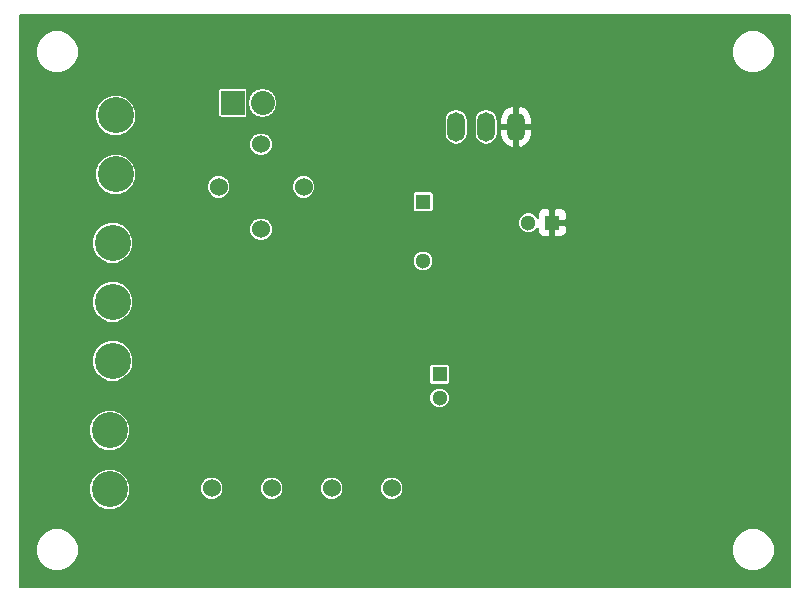
<source format=gbr>
G04 #@! TF.FileFunction,Copper,L2,Bot,Signal*
%FSLAX46Y46*%
G04 Gerber Fmt 4.6, Leading zero omitted, Abs format (unit mm)*
G04 Created by KiCad (PCBNEW 4.0.0-2.201512072331+6194~38~ubuntu14.04.1-stable) date Sun 05 Jun 2016 08:25:22 PM CEST*
%MOMM*%
G01*
G04 APERTURE LIST*
%ADD10C,0.100000*%
%ADD11R,1.300000X1.300000*%
%ADD12C,1.300000*%
%ADD13C,1.524000*%
%ADD14C,3.048000*%
%ADD15R,2.032000X2.032000*%
%ADD16O,2.032000X2.032000*%
%ADD17O,1.501140X2.499360*%
%ADD18C,0.685800*%
%ADD19C,0.152400*%
G04 APERTURE END LIST*
D10*
D11*
X164592000Y-83566000D03*
D12*
X164592000Y-88566000D03*
D11*
X175514000Y-85344000D03*
D12*
X173514000Y-85344000D03*
D11*
X165989000Y-98171000D03*
D12*
X165989000Y-100171000D03*
D13*
X147283898Y-82296000D03*
X150876000Y-78703898D03*
X154468102Y-82296000D03*
X150876000Y-85888102D03*
D14*
X138049000Y-102910000D03*
X138049000Y-107910000D03*
X138557000Y-76240000D03*
X138557000Y-81240000D03*
X138303000Y-87035000D03*
X138303000Y-92035000D03*
X138303000Y-97035000D03*
D13*
X146685000Y-107823000D03*
X151765000Y-107823000D03*
X156845000Y-107823000D03*
X161925000Y-107823000D03*
D15*
X148463000Y-75184000D03*
D16*
X151003000Y-75184000D03*
D17*
X169926000Y-77216000D03*
X167386000Y-77216000D03*
X172466000Y-77216000D03*
D18*
X160655000Y-100330000D03*
X143383000Y-97282000D03*
X184658000Y-108712000D03*
X172466000Y-102108000D03*
X183134000Y-101600000D03*
X175514000Y-93980000D03*
X178816000Y-88138000D03*
D19*
G36*
X195657400Y-116155400D02*
X130478600Y-116155400D01*
X130478600Y-113392135D01*
X131775084Y-113392135D01*
X132052885Y-114064465D01*
X132566829Y-114579307D01*
X133238673Y-114858282D01*
X133966135Y-114858916D01*
X134638465Y-114581115D01*
X135153307Y-114067171D01*
X135432282Y-113395327D01*
X135432284Y-113392135D01*
X190703084Y-113392135D01*
X190980885Y-114064465D01*
X191494829Y-114579307D01*
X192166673Y-114858282D01*
X192894135Y-114858916D01*
X193566465Y-114581115D01*
X194081307Y-114067171D01*
X194360282Y-113395327D01*
X194360916Y-112667865D01*
X194083115Y-111995535D01*
X193569171Y-111480693D01*
X192897327Y-111201718D01*
X192169865Y-111201084D01*
X191497535Y-111478885D01*
X190982693Y-111992829D01*
X190703718Y-112664673D01*
X190703084Y-113392135D01*
X135432284Y-113392135D01*
X135432916Y-112667865D01*
X135155115Y-111995535D01*
X134641171Y-111480693D01*
X133969327Y-111201718D01*
X133241865Y-111201084D01*
X132569535Y-111478885D01*
X132054693Y-111992829D01*
X131775718Y-112664673D01*
X131775084Y-113392135D01*
X130478600Y-113392135D01*
X130478600Y-108257084D01*
X136296097Y-108257084D01*
X136562352Y-108901471D01*
X137054936Y-109394915D01*
X137698857Y-109662295D01*
X138396084Y-109662903D01*
X139040471Y-109396648D01*
X139533915Y-108904064D01*
X139801295Y-108260143D01*
X139801505Y-108019178D01*
X145694228Y-108019178D01*
X145844721Y-108383397D01*
X146123138Y-108662300D01*
X146487093Y-108813428D01*
X146881178Y-108813772D01*
X147245397Y-108663279D01*
X147524300Y-108384862D01*
X147675428Y-108020907D01*
X147675429Y-108019178D01*
X150774228Y-108019178D01*
X150924721Y-108383397D01*
X151203138Y-108662300D01*
X151567093Y-108813428D01*
X151961178Y-108813772D01*
X152325397Y-108663279D01*
X152604300Y-108384862D01*
X152755428Y-108020907D01*
X152755429Y-108019178D01*
X155854228Y-108019178D01*
X156004721Y-108383397D01*
X156283138Y-108662300D01*
X156647093Y-108813428D01*
X157041178Y-108813772D01*
X157405397Y-108663279D01*
X157684300Y-108384862D01*
X157835428Y-108020907D01*
X157835429Y-108019178D01*
X160934228Y-108019178D01*
X161084721Y-108383397D01*
X161363138Y-108662300D01*
X161727093Y-108813428D01*
X162121178Y-108813772D01*
X162485397Y-108663279D01*
X162764300Y-108384862D01*
X162915428Y-108020907D01*
X162915772Y-107626822D01*
X162765279Y-107262603D01*
X162486862Y-106983700D01*
X162122907Y-106832572D01*
X161728822Y-106832228D01*
X161364603Y-106982721D01*
X161085700Y-107261138D01*
X160934572Y-107625093D01*
X160934228Y-108019178D01*
X157835429Y-108019178D01*
X157835772Y-107626822D01*
X157685279Y-107262603D01*
X157406862Y-106983700D01*
X157042907Y-106832572D01*
X156648822Y-106832228D01*
X156284603Y-106982721D01*
X156005700Y-107261138D01*
X155854572Y-107625093D01*
X155854228Y-108019178D01*
X152755429Y-108019178D01*
X152755772Y-107626822D01*
X152605279Y-107262603D01*
X152326862Y-106983700D01*
X151962907Y-106832572D01*
X151568822Y-106832228D01*
X151204603Y-106982721D01*
X150925700Y-107261138D01*
X150774572Y-107625093D01*
X150774228Y-108019178D01*
X147675429Y-108019178D01*
X147675772Y-107626822D01*
X147525279Y-107262603D01*
X147246862Y-106983700D01*
X146882907Y-106832572D01*
X146488822Y-106832228D01*
X146124603Y-106982721D01*
X145845700Y-107261138D01*
X145694572Y-107625093D01*
X145694228Y-108019178D01*
X139801505Y-108019178D01*
X139801903Y-107562916D01*
X139535648Y-106918529D01*
X139043064Y-106425085D01*
X138399143Y-106157705D01*
X137701916Y-106157097D01*
X137057529Y-106423352D01*
X136564085Y-106915936D01*
X136296705Y-107559857D01*
X136296097Y-108257084D01*
X130478600Y-108257084D01*
X130478600Y-103257084D01*
X136296097Y-103257084D01*
X136562352Y-103901471D01*
X137054936Y-104394915D01*
X137698857Y-104662295D01*
X138396084Y-104662903D01*
X139040471Y-104396648D01*
X139533915Y-103904064D01*
X139801295Y-103260143D01*
X139801903Y-102562916D01*
X139535648Y-101918529D01*
X139043064Y-101425085D01*
X138399143Y-101157705D01*
X137701916Y-101157097D01*
X137057529Y-101423352D01*
X136564085Y-101915936D01*
X136296705Y-102559857D01*
X136296097Y-103257084D01*
X130478600Y-103257084D01*
X130478600Y-100344998D01*
X165110248Y-100344998D01*
X165243725Y-100668037D01*
X165490663Y-100915407D01*
X165813469Y-101049447D01*
X166162998Y-101049752D01*
X166486037Y-100916275D01*
X166733407Y-100669337D01*
X166867447Y-100346531D01*
X166867752Y-99997002D01*
X166734275Y-99673963D01*
X166487337Y-99426593D01*
X166164531Y-99292553D01*
X165815002Y-99292248D01*
X165491963Y-99425725D01*
X165244593Y-99672663D01*
X165110553Y-99995469D01*
X165110248Y-100344998D01*
X130478600Y-100344998D01*
X130478600Y-97382084D01*
X136550097Y-97382084D01*
X136816352Y-98026471D01*
X137308936Y-98519915D01*
X137952857Y-98787295D01*
X138650084Y-98787903D01*
X139294471Y-98521648D01*
X139787915Y-98029064D01*
X139998882Y-97521000D01*
X165105922Y-97521000D01*
X165105922Y-98821000D01*
X165121862Y-98905714D01*
X165171928Y-98983518D01*
X165248320Y-99035715D01*
X165339000Y-99054078D01*
X166639000Y-99054078D01*
X166723714Y-99038138D01*
X166801518Y-98988072D01*
X166853715Y-98911680D01*
X166872078Y-98821000D01*
X166872078Y-97521000D01*
X166856138Y-97436286D01*
X166806072Y-97358482D01*
X166729680Y-97306285D01*
X166639000Y-97287922D01*
X165339000Y-97287922D01*
X165254286Y-97303862D01*
X165176482Y-97353928D01*
X165124285Y-97430320D01*
X165105922Y-97521000D01*
X139998882Y-97521000D01*
X140055295Y-97385143D01*
X140055903Y-96687916D01*
X139789648Y-96043529D01*
X139297064Y-95550085D01*
X138653143Y-95282705D01*
X137955916Y-95282097D01*
X137311529Y-95548352D01*
X136818085Y-96040936D01*
X136550705Y-96684857D01*
X136550097Y-97382084D01*
X130478600Y-97382084D01*
X130478600Y-92382084D01*
X136550097Y-92382084D01*
X136816352Y-93026471D01*
X137308936Y-93519915D01*
X137952857Y-93787295D01*
X138650084Y-93787903D01*
X139294471Y-93521648D01*
X139787915Y-93029064D01*
X140055295Y-92385143D01*
X140055903Y-91687916D01*
X139789648Y-91043529D01*
X139297064Y-90550085D01*
X138653143Y-90282705D01*
X137955916Y-90282097D01*
X137311529Y-90548352D01*
X136818085Y-91040936D01*
X136550705Y-91684857D01*
X136550097Y-92382084D01*
X130478600Y-92382084D01*
X130478600Y-87382084D01*
X136550097Y-87382084D01*
X136816352Y-88026471D01*
X137308936Y-88519915D01*
X137952857Y-88787295D01*
X138650084Y-88787903D01*
X138766023Y-88739998D01*
X163713248Y-88739998D01*
X163846725Y-89063037D01*
X164093663Y-89310407D01*
X164416469Y-89444447D01*
X164765998Y-89444752D01*
X165089037Y-89311275D01*
X165336407Y-89064337D01*
X165470447Y-88741531D01*
X165470752Y-88392002D01*
X165337275Y-88068963D01*
X165090337Y-87821593D01*
X164767531Y-87687553D01*
X164418002Y-87687248D01*
X164094963Y-87820725D01*
X163847593Y-88067663D01*
X163713553Y-88390469D01*
X163713248Y-88739998D01*
X138766023Y-88739998D01*
X139294471Y-88521648D01*
X139787915Y-88029064D01*
X140055295Y-87385143D01*
X140055903Y-86687916D01*
X139806486Y-86084280D01*
X149885228Y-86084280D01*
X150035721Y-86448499D01*
X150314138Y-86727402D01*
X150678093Y-86878530D01*
X151072178Y-86878874D01*
X151436397Y-86728381D01*
X151715300Y-86449964D01*
X151866428Y-86086009D01*
X151866772Y-85691924D01*
X151794907Y-85517998D01*
X172635248Y-85517998D01*
X172768725Y-85841037D01*
X173015663Y-86088407D01*
X173338469Y-86222447D01*
X173687998Y-86222752D01*
X174011037Y-86089275D01*
X174258407Y-85842337D01*
X174279800Y-85790817D01*
X174279800Y-86110204D01*
X174368739Y-86324922D01*
X174533077Y-86489261D01*
X174747795Y-86578200D01*
X175190150Y-86578200D01*
X175336200Y-86432150D01*
X175336200Y-85521800D01*
X175691800Y-85521800D01*
X175691800Y-86432150D01*
X175837850Y-86578200D01*
X176280205Y-86578200D01*
X176494923Y-86489261D01*
X176659261Y-86324922D01*
X176748200Y-86110204D01*
X176748200Y-85667850D01*
X176602150Y-85521800D01*
X175691800Y-85521800D01*
X175336200Y-85521800D01*
X175316200Y-85521800D01*
X175316200Y-85166200D01*
X175336200Y-85166200D01*
X175336200Y-84255850D01*
X175691800Y-84255850D01*
X175691800Y-85166200D01*
X176602150Y-85166200D01*
X176748200Y-85020150D01*
X176748200Y-84577796D01*
X176659261Y-84363078D01*
X176494923Y-84198739D01*
X176280205Y-84109800D01*
X175837850Y-84109800D01*
X175691800Y-84255850D01*
X175336200Y-84255850D01*
X175190150Y-84109800D01*
X174747795Y-84109800D01*
X174533077Y-84198739D01*
X174368739Y-84363078D01*
X174279800Y-84577796D01*
X174279800Y-84896637D01*
X174259275Y-84846963D01*
X174012337Y-84599593D01*
X173689531Y-84465553D01*
X173340002Y-84465248D01*
X173016963Y-84598725D01*
X172769593Y-84845663D01*
X172635553Y-85168469D01*
X172635248Y-85517998D01*
X151794907Y-85517998D01*
X151716279Y-85327705D01*
X151437862Y-85048802D01*
X151073907Y-84897674D01*
X150679822Y-84897330D01*
X150315603Y-85047823D01*
X150036700Y-85326240D01*
X149885572Y-85690195D01*
X149885228Y-86084280D01*
X139806486Y-86084280D01*
X139789648Y-86043529D01*
X139297064Y-85550085D01*
X138653143Y-85282705D01*
X137955916Y-85282097D01*
X137311529Y-85548352D01*
X136818085Y-86040936D01*
X136550705Y-86684857D01*
X136550097Y-87382084D01*
X130478600Y-87382084D01*
X130478600Y-81587084D01*
X136804097Y-81587084D01*
X137070352Y-82231471D01*
X137562936Y-82724915D01*
X138206857Y-82992295D01*
X138904084Y-82992903D01*
X139548471Y-82726648D01*
X139783350Y-82492178D01*
X146293126Y-82492178D01*
X146443619Y-82856397D01*
X146722036Y-83135300D01*
X147085991Y-83286428D01*
X147480076Y-83286772D01*
X147844295Y-83136279D01*
X148123198Y-82857862D01*
X148274326Y-82493907D01*
X148274327Y-82492178D01*
X153477330Y-82492178D01*
X153627823Y-82856397D01*
X153906240Y-83135300D01*
X154270195Y-83286428D01*
X154664280Y-83286772D01*
X155028499Y-83136279D01*
X155249162Y-82916000D01*
X163708922Y-82916000D01*
X163708922Y-84216000D01*
X163724862Y-84300714D01*
X163774928Y-84378518D01*
X163851320Y-84430715D01*
X163942000Y-84449078D01*
X165242000Y-84449078D01*
X165326714Y-84433138D01*
X165404518Y-84383072D01*
X165456715Y-84306680D01*
X165475078Y-84216000D01*
X165475078Y-82916000D01*
X165459138Y-82831286D01*
X165409072Y-82753482D01*
X165332680Y-82701285D01*
X165242000Y-82682922D01*
X163942000Y-82682922D01*
X163857286Y-82698862D01*
X163779482Y-82748928D01*
X163727285Y-82825320D01*
X163708922Y-82916000D01*
X155249162Y-82916000D01*
X155307402Y-82857862D01*
X155458530Y-82493907D01*
X155458874Y-82099822D01*
X155308381Y-81735603D01*
X155029964Y-81456700D01*
X154666009Y-81305572D01*
X154271924Y-81305228D01*
X153907705Y-81455721D01*
X153628802Y-81734138D01*
X153477674Y-82098093D01*
X153477330Y-82492178D01*
X148274327Y-82492178D01*
X148274670Y-82099822D01*
X148124177Y-81735603D01*
X147845760Y-81456700D01*
X147481805Y-81305572D01*
X147087720Y-81305228D01*
X146723501Y-81455721D01*
X146444598Y-81734138D01*
X146293470Y-82098093D01*
X146293126Y-82492178D01*
X139783350Y-82492178D01*
X140041915Y-82234064D01*
X140309295Y-81590143D01*
X140309903Y-80892916D01*
X140043648Y-80248529D01*
X139551064Y-79755085D01*
X138907143Y-79487705D01*
X138209916Y-79487097D01*
X137565529Y-79753352D01*
X137072085Y-80245936D01*
X136804705Y-80889857D01*
X136804097Y-81587084D01*
X130478600Y-81587084D01*
X130478600Y-78900076D01*
X149885228Y-78900076D01*
X150035721Y-79264295D01*
X150314138Y-79543198D01*
X150678093Y-79694326D01*
X151072178Y-79694670D01*
X151436397Y-79544177D01*
X151715300Y-79265760D01*
X151866428Y-78901805D01*
X151866772Y-78507720D01*
X151716279Y-78143501D01*
X151437862Y-77864598D01*
X151073907Y-77713470D01*
X150679822Y-77713126D01*
X150315603Y-77863619D01*
X150036700Y-78142036D01*
X149885572Y-78505991D01*
X149885228Y-78900076D01*
X130478600Y-78900076D01*
X130478600Y-76587084D01*
X136804097Y-76587084D01*
X137070352Y-77231471D01*
X137562936Y-77724915D01*
X138206857Y-77992295D01*
X138904084Y-77992903D01*
X139548471Y-77726648D01*
X140041915Y-77234064D01*
X140268690Y-76687929D01*
X166406830Y-76687929D01*
X166406830Y-77744071D01*
X166481365Y-78118783D01*
X166693622Y-78436449D01*
X167011288Y-78648706D01*
X167386000Y-78723241D01*
X167760712Y-78648706D01*
X168078378Y-78436449D01*
X168290635Y-78118783D01*
X168365170Y-77744071D01*
X168365170Y-76687929D01*
X168946830Y-76687929D01*
X168946830Y-77744071D01*
X169021365Y-78118783D01*
X169233622Y-78436449D01*
X169551288Y-78648706D01*
X169926000Y-78723241D01*
X170300712Y-78648706D01*
X170618378Y-78436449D01*
X170830635Y-78118783D01*
X170905170Y-77744071D01*
X170905170Y-77393800D01*
X171131230Y-77393800D01*
X171131230Y-77892910D01*
X171300874Y-78390170D01*
X171647898Y-78784659D01*
X172083446Y-78993884D01*
X172288200Y-78890458D01*
X172288200Y-77393800D01*
X172643800Y-77393800D01*
X172643800Y-78890458D01*
X172848554Y-78993884D01*
X173284102Y-78784659D01*
X173631126Y-78390170D01*
X173800770Y-77892910D01*
X173800770Y-77393800D01*
X172643800Y-77393800D01*
X172288200Y-77393800D01*
X171131230Y-77393800D01*
X170905170Y-77393800D01*
X170905170Y-76687929D01*
X170875565Y-76539090D01*
X171131230Y-76539090D01*
X171131230Y-77038200D01*
X172288200Y-77038200D01*
X172288200Y-75541542D01*
X172643800Y-75541542D01*
X172643800Y-77038200D01*
X173800770Y-77038200D01*
X173800770Y-76539090D01*
X173631126Y-76041830D01*
X173284102Y-75647341D01*
X172848554Y-75438116D01*
X172643800Y-75541542D01*
X172288200Y-75541542D01*
X172083446Y-75438116D01*
X171647898Y-75647341D01*
X171300874Y-76041830D01*
X171131230Y-76539090D01*
X170875565Y-76539090D01*
X170830635Y-76313217D01*
X170618378Y-75995551D01*
X170300712Y-75783294D01*
X169926000Y-75708759D01*
X169551288Y-75783294D01*
X169233622Y-75995551D01*
X169021365Y-76313217D01*
X168946830Y-76687929D01*
X168365170Y-76687929D01*
X168290635Y-76313217D01*
X168078378Y-75995551D01*
X167760712Y-75783294D01*
X167386000Y-75708759D01*
X167011288Y-75783294D01*
X166693622Y-75995551D01*
X166481365Y-76313217D01*
X166406830Y-76687929D01*
X140268690Y-76687929D01*
X140309295Y-76590143D01*
X140309903Y-75892916D01*
X140043648Y-75248529D01*
X139551064Y-74755085D01*
X138907143Y-74487705D01*
X138209916Y-74487097D01*
X137565529Y-74753352D01*
X137072085Y-75245936D01*
X136804705Y-75889857D01*
X136804097Y-76587084D01*
X130478600Y-76587084D01*
X130478600Y-74168000D01*
X147213922Y-74168000D01*
X147213922Y-76200000D01*
X147229862Y-76284714D01*
X147279928Y-76362518D01*
X147356320Y-76414715D01*
X147447000Y-76433078D01*
X149479000Y-76433078D01*
X149563714Y-76417138D01*
X149641518Y-76367072D01*
X149693715Y-76290680D01*
X149712078Y-76200000D01*
X149712078Y-75159617D01*
X149758400Y-75159617D01*
X149758400Y-75208383D01*
X149853140Y-75684671D01*
X150122935Y-76088448D01*
X150526712Y-76358243D01*
X151003000Y-76452983D01*
X151479288Y-76358243D01*
X151883065Y-76088448D01*
X152152860Y-75684671D01*
X152247600Y-75208383D01*
X152247600Y-75159617D01*
X152152860Y-74683329D01*
X151883065Y-74279552D01*
X151479288Y-74009757D01*
X151003000Y-73915017D01*
X150526712Y-74009757D01*
X150122935Y-74279552D01*
X149853140Y-74683329D01*
X149758400Y-75159617D01*
X149712078Y-75159617D01*
X149712078Y-74168000D01*
X149696138Y-74083286D01*
X149646072Y-74005482D01*
X149569680Y-73953285D01*
X149479000Y-73934922D01*
X147447000Y-73934922D01*
X147362286Y-73950862D01*
X147284482Y-74000928D01*
X147232285Y-74077320D01*
X147213922Y-74168000D01*
X130478600Y-74168000D01*
X130478600Y-71228135D01*
X131775084Y-71228135D01*
X132052885Y-71900465D01*
X132566829Y-72415307D01*
X133238673Y-72694282D01*
X133966135Y-72694916D01*
X134638465Y-72417115D01*
X135153307Y-71903171D01*
X135432282Y-71231327D01*
X135432284Y-71228135D01*
X190703084Y-71228135D01*
X190980885Y-71900465D01*
X191494829Y-72415307D01*
X192166673Y-72694282D01*
X192894135Y-72694916D01*
X193566465Y-72417115D01*
X194081307Y-71903171D01*
X194360282Y-71231327D01*
X194360916Y-70503865D01*
X194083115Y-69831535D01*
X193569171Y-69316693D01*
X192897327Y-69037718D01*
X192169865Y-69037084D01*
X191497535Y-69314885D01*
X190982693Y-69828829D01*
X190703718Y-70500673D01*
X190703084Y-71228135D01*
X135432284Y-71228135D01*
X135432916Y-70503865D01*
X135155115Y-69831535D01*
X134641171Y-69316693D01*
X133969327Y-69037718D01*
X133241865Y-69037084D01*
X132569535Y-69314885D01*
X132054693Y-69828829D01*
X131775718Y-70500673D01*
X131775084Y-71228135D01*
X130478600Y-71228135D01*
X130478600Y-67740600D01*
X195657400Y-67740600D01*
X195657400Y-116155400D01*
X195657400Y-116155400D01*
G37*
X195657400Y-116155400D02*
X130478600Y-116155400D01*
X130478600Y-113392135D01*
X131775084Y-113392135D01*
X132052885Y-114064465D01*
X132566829Y-114579307D01*
X133238673Y-114858282D01*
X133966135Y-114858916D01*
X134638465Y-114581115D01*
X135153307Y-114067171D01*
X135432282Y-113395327D01*
X135432284Y-113392135D01*
X190703084Y-113392135D01*
X190980885Y-114064465D01*
X191494829Y-114579307D01*
X192166673Y-114858282D01*
X192894135Y-114858916D01*
X193566465Y-114581115D01*
X194081307Y-114067171D01*
X194360282Y-113395327D01*
X194360916Y-112667865D01*
X194083115Y-111995535D01*
X193569171Y-111480693D01*
X192897327Y-111201718D01*
X192169865Y-111201084D01*
X191497535Y-111478885D01*
X190982693Y-111992829D01*
X190703718Y-112664673D01*
X190703084Y-113392135D01*
X135432284Y-113392135D01*
X135432916Y-112667865D01*
X135155115Y-111995535D01*
X134641171Y-111480693D01*
X133969327Y-111201718D01*
X133241865Y-111201084D01*
X132569535Y-111478885D01*
X132054693Y-111992829D01*
X131775718Y-112664673D01*
X131775084Y-113392135D01*
X130478600Y-113392135D01*
X130478600Y-108257084D01*
X136296097Y-108257084D01*
X136562352Y-108901471D01*
X137054936Y-109394915D01*
X137698857Y-109662295D01*
X138396084Y-109662903D01*
X139040471Y-109396648D01*
X139533915Y-108904064D01*
X139801295Y-108260143D01*
X139801505Y-108019178D01*
X145694228Y-108019178D01*
X145844721Y-108383397D01*
X146123138Y-108662300D01*
X146487093Y-108813428D01*
X146881178Y-108813772D01*
X147245397Y-108663279D01*
X147524300Y-108384862D01*
X147675428Y-108020907D01*
X147675429Y-108019178D01*
X150774228Y-108019178D01*
X150924721Y-108383397D01*
X151203138Y-108662300D01*
X151567093Y-108813428D01*
X151961178Y-108813772D01*
X152325397Y-108663279D01*
X152604300Y-108384862D01*
X152755428Y-108020907D01*
X152755429Y-108019178D01*
X155854228Y-108019178D01*
X156004721Y-108383397D01*
X156283138Y-108662300D01*
X156647093Y-108813428D01*
X157041178Y-108813772D01*
X157405397Y-108663279D01*
X157684300Y-108384862D01*
X157835428Y-108020907D01*
X157835429Y-108019178D01*
X160934228Y-108019178D01*
X161084721Y-108383397D01*
X161363138Y-108662300D01*
X161727093Y-108813428D01*
X162121178Y-108813772D01*
X162485397Y-108663279D01*
X162764300Y-108384862D01*
X162915428Y-108020907D01*
X162915772Y-107626822D01*
X162765279Y-107262603D01*
X162486862Y-106983700D01*
X162122907Y-106832572D01*
X161728822Y-106832228D01*
X161364603Y-106982721D01*
X161085700Y-107261138D01*
X160934572Y-107625093D01*
X160934228Y-108019178D01*
X157835429Y-108019178D01*
X157835772Y-107626822D01*
X157685279Y-107262603D01*
X157406862Y-106983700D01*
X157042907Y-106832572D01*
X156648822Y-106832228D01*
X156284603Y-106982721D01*
X156005700Y-107261138D01*
X155854572Y-107625093D01*
X155854228Y-108019178D01*
X152755429Y-108019178D01*
X152755772Y-107626822D01*
X152605279Y-107262603D01*
X152326862Y-106983700D01*
X151962907Y-106832572D01*
X151568822Y-106832228D01*
X151204603Y-106982721D01*
X150925700Y-107261138D01*
X150774572Y-107625093D01*
X150774228Y-108019178D01*
X147675429Y-108019178D01*
X147675772Y-107626822D01*
X147525279Y-107262603D01*
X147246862Y-106983700D01*
X146882907Y-106832572D01*
X146488822Y-106832228D01*
X146124603Y-106982721D01*
X145845700Y-107261138D01*
X145694572Y-107625093D01*
X145694228Y-108019178D01*
X139801505Y-108019178D01*
X139801903Y-107562916D01*
X139535648Y-106918529D01*
X139043064Y-106425085D01*
X138399143Y-106157705D01*
X137701916Y-106157097D01*
X137057529Y-106423352D01*
X136564085Y-106915936D01*
X136296705Y-107559857D01*
X136296097Y-108257084D01*
X130478600Y-108257084D01*
X130478600Y-103257084D01*
X136296097Y-103257084D01*
X136562352Y-103901471D01*
X137054936Y-104394915D01*
X137698857Y-104662295D01*
X138396084Y-104662903D01*
X139040471Y-104396648D01*
X139533915Y-103904064D01*
X139801295Y-103260143D01*
X139801903Y-102562916D01*
X139535648Y-101918529D01*
X139043064Y-101425085D01*
X138399143Y-101157705D01*
X137701916Y-101157097D01*
X137057529Y-101423352D01*
X136564085Y-101915936D01*
X136296705Y-102559857D01*
X136296097Y-103257084D01*
X130478600Y-103257084D01*
X130478600Y-100344998D01*
X165110248Y-100344998D01*
X165243725Y-100668037D01*
X165490663Y-100915407D01*
X165813469Y-101049447D01*
X166162998Y-101049752D01*
X166486037Y-100916275D01*
X166733407Y-100669337D01*
X166867447Y-100346531D01*
X166867752Y-99997002D01*
X166734275Y-99673963D01*
X166487337Y-99426593D01*
X166164531Y-99292553D01*
X165815002Y-99292248D01*
X165491963Y-99425725D01*
X165244593Y-99672663D01*
X165110553Y-99995469D01*
X165110248Y-100344998D01*
X130478600Y-100344998D01*
X130478600Y-97382084D01*
X136550097Y-97382084D01*
X136816352Y-98026471D01*
X137308936Y-98519915D01*
X137952857Y-98787295D01*
X138650084Y-98787903D01*
X139294471Y-98521648D01*
X139787915Y-98029064D01*
X139998882Y-97521000D01*
X165105922Y-97521000D01*
X165105922Y-98821000D01*
X165121862Y-98905714D01*
X165171928Y-98983518D01*
X165248320Y-99035715D01*
X165339000Y-99054078D01*
X166639000Y-99054078D01*
X166723714Y-99038138D01*
X166801518Y-98988072D01*
X166853715Y-98911680D01*
X166872078Y-98821000D01*
X166872078Y-97521000D01*
X166856138Y-97436286D01*
X166806072Y-97358482D01*
X166729680Y-97306285D01*
X166639000Y-97287922D01*
X165339000Y-97287922D01*
X165254286Y-97303862D01*
X165176482Y-97353928D01*
X165124285Y-97430320D01*
X165105922Y-97521000D01*
X139998882Y-97521000D01*
X140055295Y-97385143D01*
X140055903Y-96687916D01*
X139789648Y-96043529D01*
X139297064Y-95550085D01*
X138653143Y-95282705D01*
X137955916Y-95282097D01*
X137311529Y-95548352D01*
X136818085Y-96040936D01*
X136550705Y-96684857D01*
X136550097Y-97382084D01*
X130478600Y-97382084D01*
X130478600Y-92382084D01*
X136550097Y-92382084D01*
X136816352Y-93026471D01*
X137308936Y-93519915D01*
X137952857Y-93787295D01*
X138650084Y-93787903D01*
X139294471Y-93521648D01*
X139787915Y-93029064D01*
X140055295Y-92385143D01*
X140055903Y-91687916D01*
X139789648Y-91043529D01*
X139297064Y-90550085D01*
X138653143Y-90282705D01*
X137955916Y-90282097D01*
X137311529Y-90548352D01*
X136818085Y-91040936D01*
X136550705Y-91684857D01*
X136550097Y-92382084D01*
X130478600Y-92382084D01*
X130478600Y-87382084D01*
X136550097Y-87382084D01*
X136816352Y-88026471D01*
X137308936Y-88519915D01*
X137952857Y-88787295D01*
X138650084Y-88787903D01*
X138766023Y-88739998D01*
X163713248Y-88739998D01*
X163846725Y-89063037D01*
X164093663Y-89310407D01*
X164416469Y-89444447D01*
X164765998Y-89444752D01*
X165089037Y-89311275D01*
X165336407Y-89064337D01*
X165470447Y-88741531D01*
X165470752Y-88392002D01*
X165337275Y-88068963D01*
X165090337Y-87821593D01*
X164767531Y-87687553D01*
X164418002Y-87687248D01*
X164094963Y-87820725D01*
X163847593Y-88067663D01*
X163713553Y-88390469D01*
X163713248Y-88739998D01*
X138766023Y-88739998D01*
X139294471Y-88521648D01*
X139787915Y-88029064D01*
X140055295Y-87385143D01*
X140055903Y-86687916D01*
X139806486Y-86084280D01*
X149885228Y-86084280D01*
X150035721Y-86448499D01*
X150314138Y-86727402D01*
X150678093Y-86878530D01*
X151072178Y-86878874D01*
X151436397Y-86728381D01*
X151715300Y-86449964D01*
X151866428Y-86086009D01*
X151866772Y-85691924D01*
X151794907Y-85517998D01*
X172635248Y-85517998D01*
X172768725Y-85841037D01*
X173015663Y-86088407D01*
X173338469Y-86222447D01*
X173687998Y-86222752D01*
X174011037Y-86089275D01*
X174258407Y-85842337D01*
X174279800Y-85790817D01*
X174279800Y-86110204D01*
X174368739Y-86324922D01*
X174533077Y-86489261D01*
X174747795Y-86578200D01*
X175190150Y-86578200D01*
X175336200Y-86432150D01*
X175336200Y-85521800D01*
X175691800Y-85521800D01*
X175691800Y-86432150D01*
X175837850Y-86578200D01*
X176280205Y-86578200D01*
X176494923Y-86489261D01*
X176659261Y-86324922D01*
X176748200Y-86110204D01*
X176748200Y-85667850D01*
X176602150Y-85521800D01*
X175691800Y-85521800D01*
X175336200Y-85521800D01*
X175316200Y-85521800D01*
X175316200Y-85166200D01*
X175336200Y-85166200D01*
X175336200Y-84255850D01*
X175691800Y-84255850D01*
X175691800Y-85166200D01*
X176602150Y-85166200D01*
X176748200Y-85020150D01*
X176748200Y-84577796D01*
X176659261Y-84363078D01*
X176494923Y-84198739D01*
X176280205Y-84109800D01*
X175837850Y-84109800D01*
X175691800Y-84255850D01*
X175336200Y-84255850D01*
X175190150Y-84109800D01*
X174747795Y-84109800D01*
X174533077Y-84198739D01*
X174368739Y-84363078D01*
X174279800Y-84577796D01*
X174279800Y-84896637D01*
X174259275Y-84846963D01*
X174012337Y-84599593D01*
X173689531Y-84465553D01*
X173340002Y-84465248D01*
X173016963Y-84598725D01*
X172769593Y-84845663D01*
X172635553Y-85168469D01*
X172635248Y-85517998D01*
X151794907Y-85517998D01*
X151716279Y-85327705D01*
X151437862Y-85048802D01*
X151073907Y-84897674D01*
X150679822Y-84897330D01*
X150315603Y-85047823D01*
X150036700Y-85326240D01*
X149885572Y-85690195D01*
X149885228Y-86084280D01*
X139806486Y-86084280D01*
X139789648Y-86043529D01*
X139297064Y-85550085D01*
X138653143Y-85282705D01*
X137955916Y-85282097D01*
X137311529Y-85548352D01*
X136818085Y-86040936D01*
X136550705Y-86684857D01*
X136550097Y-87382084D01*
X130478600Y-87382084D01*
X130478600Y-81587084D01*
X136804097Y-81587084D01*
X137070352Y-82231471D01*
X137562936Y-82724915D01*
X138206857Y-82992295D01*
X138904084Y-82992903D01*
X139548471Y-82726648D01*
X139783350Y-82492178D01*
X146293126Y-82492178D01*
X146443619Y-82856397D01*
X146722036Y-83135300D01*
X147085991Y-83286428D01*
X147480076Y-83286772D01*
X147844295Y-83136279D01*
X148123198Y-82857862D01*
X148274326Y-82493907D01*
X148274327Y-82492178D01*
X153477330Y-82492178D01*
X153627823Y-82856397D01*
X153906240Y-83135300D01*
X154270195Y-83286428D01*
X154664280Y-83286772D01*
X155028499Y-83136279D01*
X155249162Y-82916000D01*
X163708922Y-82916000D01*
X163708922Y-84216000D01*
X163724862Y-84300714D01*
X163774928Y-84378518D01*
X163851320Y-84430715D01*
X163942000Y-84449078D01*
X165242000Y-84449078D01*
X165326714Y-84433138D01*
X165404518Y-84383072D01*
X165456715Y-84306680D01*
X165475078Y-84216000D01*
X165475078Y-82916000D01*
X165459138Y-82831286D01*
X165409072Y-82753482D01*
X165332680Y-82701285D01*
X165242000Y-82682922D01*
X163942000Y-82682922D01*
X163857286Y-82698862D01*
X163779482Y-82748928D01*
X163727285Y-82825320D01*
X163708922Y-82916000D01*
X155249162Y-82916000D01*
X155307402Y-82857862D01*
X155458530Y-82493907D01*
X155458874Y-82099822D01*
X155308381Y-81735603D01*
X155029964Y-81456700D01*
X154666009Y-81305572D01*
X154271924Y-81305228D01*
X153907705Y-81455721D01*
X153628802Y-81734138D01*
X153477674Y-82098093D01*
X153477330Y-82492178D01*
X148274327Y-82492178D01*
X148274670Y-82099822D01*
X148124177Y-81735603D01*
X147845760Y-81456700D01*
X147481805Y-81305572D01*
X147087720Y-81305228D01*
X146723501Y-81455721D01*
X146444598Y-81734138D01*
X146293470Y-82098093D01*
X146293126Y-82492178D01*
X139783350Y-82492178D01*
X140041915Y-82234064D01*
X140309295Y-81590143D01*
X140309903Y-80892916D01*
X140043648Y-80248529D01*
X139551064Y-79755085D01*
X138907143Y-79487705D01*
X138209916Y-79487097D01*
X137565529Y-79753352D01*
X137072085Y-80245936D01*
X136804705Y-80889857D01*
X136804097Y-81587084D01*
X130478600Y-81587084D01*
X130478600Y-78900076D01*
X149885228Y-78900076D01*
X150035721Y-79264295D01*
X150314138Y-79543198D01*
X150678093Y-79694326D01*
X151072178Y-79694670D01*
X151436397Y-79544177D01*
X151715300Y-79265760D01*
X151866428Y-78901805D01*
X151866772Y-78507720D01*
X151716279Y-78143501D01*
X151437862Y-77864598D01*
X151073907Y-77713470D01*
X150679822Y-77713126D01*
X150315603Y-77863619D01*
X150036700Y-78142036D01*
X149885572Y-78505991D01*
X149885228Y-78900076D01*
X130478600Y-78900076D01*
X130478600Y-76587084D01*
X136804097Y-76587084D01*
X137070352Y-77231471D01*
X137562936Y-77724915D01*
X138206857Y-77992295D01*
X138904084Y-77992903D01*
X139548471Y-77726648D01*
X140041915Y-77234064D01*
X140268690Y-76687929D01*
X166406830Y-76687929D01*
X166406830Y-77744071D01*
X166481365Y-78118783D01*
X166693622Y-78436449D01*
X167011288Y-78648706D01*
X167386000Y-78723241D01*
X167760712Y-78648706D01*
X168078378Y-78436449D01*
X168290635Y-78118783D01*
X168365170Y-77744071D01*
X168365170Y-76687929D01*
X168946830Y-76687929D01*
X168946830Y-77744071D01*
X169021365Y-78118783D01*
X169233622Y-78436449D01*
X169551288Y-78648706D01*
X169926000Y-78723241D01*
X170300712Y-78648706D01*
X170618378Y-78436449D01*
X170830635Y-78118783D01*
X170905170Y-77744071D01*
X170905170Y-77393800D01*
X171131230Y-77393800D01*
X171131230Y-77892910D01*
X171300874Y-78390170D01*
X171647898Y-78784659D01*
X172083446Y-78993884D01*
X172288200Y-78890458D01*
X172288200Y-77393800D01*
X172643800Y-77393800D01*
X172643800Y-78890458D01*
X172848554Y-78993884D01*
X173284102Y-78784659D01*
X173631126Y-78390170D01*
X173800770Y-77892910D01*
X173800770Y-77393800D01*
X172643800Y-77393800D01*
X172288200Y-77393800D01*
X171131230Y-77393800D01*
X170905170Y-77393800D01*
X170905170Y-76687929D01*
X170875565Y-76539090D01*
X171131230Y-76539090D01*
X171131230Y-77038200D01*
X172288200Y-77038200D01*
X172288200Y-75541542D01*
X172643800Y-75541542D01*
X172643800Y-77038200D01*
X173800770Y-77038200D01*
X173800770Y-76539090D01*
X173631126Y-76041830D01*
X173284102Y-75647341D01*
X172848554Y-75438116D01*
X172643800Y-75541542D01*
X172288200Y-75541542D01*
X172083446Y-75438116D01*
X171647898Y-75647341D01*
X171300874Y-76041830D01*
X171131230Y-76539090D01*
X170875565Y-76539090D01*
X170830635Y-76313217D01*
X170618378Y-75995551D01*
X170300712Y-75783294D01*
X169926000Y-75708759D01*
X169551288Y-75783294D01*
X169233622Y-75995551D01*
X169021365Y-76313217D01*
X168946830Y-76687929D01*
X168365170Y-76687929D01*
X168290635Y-76313217D01*
X168078378Y-75995551D01*
X167760712Y-75783294D01*
X167386000Y-75708759D01*
X167011288Y-75783294D01*
X166693622Y-75995551D01*
X166481365Y-76313217D01*
X166406830Y-76687929D01*
X140268690Y-76687929D01*
X140309295Y-76590143D01*
X140309903Y-75892916D01*
X140043648Y-75248529D01*
X139551064Y-74755085D01*
X138907143Y-74487705D01*
X138209916Y-74487097D01*
X137565529Y-74753352D01*
X137072085Y-75245936D01*
X136804705Y-75889857D01*
X136804097Y-76587084D01*
X130478600Y-76587084D01*
X130478600Y-74168000D01*
X147213922Y-74168000D01*
X147213922Y-76200000D01*
X147229862Y-76284714D01*
X147279928Y-76362518D01*
X147356320Y-76414715D01*
X147447000Y-76433078D01*
X149479000Y-76433078D01*
X149563714Y-76417138D01*
X149641518Y-76367072D01*
X149693715Y-76290680D01*
X149712078Y-76200000D01*
X149712078Y-75159617D01*
X149758400Y-75159617D01*
X149758400Y-75208383D01*
X149853140Y-75684671D01*
X150122935Y-76088448D01*
X150526712Y-76358243D01*
X151003000Y-76452983D01*
X151479288Y-76358243D01*
X151883065Y-76088448D01*
X152152860Y-75684671D01*
X152247600Y-75208383D01*
X152247600Y-75159617D01*
X152152860Y-74683329D01*
X151883065Y-74279552D01*
X151479288Y-74009757D01*
X151003000Y-73915017D01*
X150526712Y-74009757D01*
X150122935Y-74279552D01*
X149853140Y-74683329D01*
X149758400Y-75159617D01*
X149712078Y-75159617D01*
X149712078Y-74168000D01*
X149696138Y-74083286D01*
X149646072Y-74005482D01*
X149569680Y-73953285D01*
X149479000Y-73934922D01*
X147447000Y-73934922D01*
X147362286Y-73950862D01*
X147284482Y-74000928D01*
X147232285Y-74077320D01*
X147213922Y-74168000D01*
X130478600Y-74168000D01*
X130478600Y-71228135D01*
X131775084Y-71228135D01*
X132052885Y-71900465D01*
X132566829Y-72415307D01*
X133238673Y-72694282D01*
X133966135Y-72694916D01*
X134638465Y-72417115D01*
X135153307Y-71903171D01*
X135432282Y-71231327D01*
X135432284Y-71228135D01*
X190703084Y-71228135D01*
X190980885Y-71900465D01*
X191494829Y-72415307D01*
X192166673Y-72694282D01*
X192894135Y-72694916D01*
X193566465Y-72417115D01*
X194081307Y-71903171D01*
X194360282Y-71231327D01*
X194360916Y-70503865D01*
X194083115Y-69831535D01*
X193569171Y-69316693D01*
X192897327Y-69037718D01*
X192169865Y-69037084D01*
X191497535Y-69314885D01*
X190982693Y-69828829D01*
X190703718Y-70500673D01*
X190703084Y-71228135D01*
X135432284Y-71228135D01*
X135432916Y-70503865D01*
X135155115Y-69831535D01*
X134641171Y-69316693D01*
X133969327Y-69037718D01*
X133241865Y-69037084D01*
X132569535Y-69314885D01*
X132054693Y-69828829D01*
X131775718Y-70500673D01*
X131775084Y-71228135D01*
X130478600Y-71228135D01*
X130478600Y-67740600D01*
X195657400Y-67740600D01*
X195657400Y-116155400D01*
M02*

</source>
